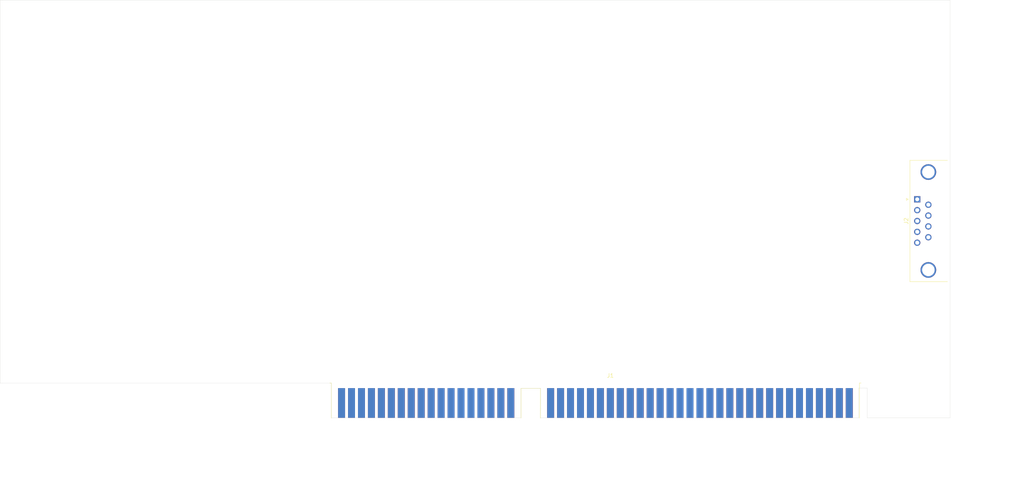
<source format=kicad_pcb>
(kicad_pcb (version 20240108) (generator "pcbnew") (generator_version "8.0")
  (layers (0 "F.Cu" signal) (31 "B.Cu" signal) (34 "B.Paste" user) (35 "F.Paste" user) (36 "B.SilkS" user "B.Silkscreen") (37 "F.SilkS" user "F.Silkscreen") (38 "B.Mask" user) (39 "F.Mask" user) (44 "Edge.Cuts" user))
  (net 0 "")
  (footprint "Connector_PCBEdge:BUS_AT" (layer "F.Cu") (at 254 123.19)
    (property "Reference" "J1" (at -60.96 -6.99 0) (layer "F.SilkS"))
    (property "Value" "Bus_ISA_16bit")
    (fp_line (start -132.15 -5.1) (end -132.55 -5.1) (stroke (width 0.12)) (layer "F.SilkS"))
    (fp_line (start -132.15 3.85) (end -132.15 -5.1) (stroke (width 0.12)) (layer "F.SilkS"))
    (fp_line (start -83.75 -3.75) (end -78.8 -3.75) (stroke (width 0.12)) (layer "F.SilkS"))
    (fp_line (start -83.75 3.85) (end -83.75 -3.75) (stroke (width 0.12)) (layer "F.SilkS"))
    (fp_line (start -78.8 -3.75) (end -78.8 3.85) (stroke (width 0.12)) (layer "F.SilkS"))
    (fp_line (start 2.6 -5.1) (end 3 -5.1) (stroke (width 0.12)) (layer "F.SilkS"))
    (fp_line (start 2.6 3.85) (end 2.6 -5.1) (stroke (width 0.12)) (layer "F.SilkS"))
    (pad "1" connect rect (at 0 0) (size 1.78 7.62) (layers "B.Cu" "B.Mask"))
    (pad "2" connect rect (at -2.54 0) (size 1.78 7.62) (layers "B.Cu" "B.Mask"))
    (pad "3" connect rect (at -5.08 0) (size 1.78 7.62) (layers "B.Cu" "B.Mask"))
    (pad "4" connect rect (at -7.62 0) (size 1.78 7.62) (layers "B.Cu" "B.Mask"))
    (pad "5" connect rect (at -10.16 0) (size 1.78 7.62) (layers "B.Cu" "B.Mask"))
    (pad "6" connect rect (at -12.7 0) (size 1.78 7.62) (layers "B.Cu" "B.Mask"))
    (pad "7" connect rect (at -15.24 0) (size 1.78 7.62) (layers "B.Cu" "B.Mask"))
    (pad "8" connect rect (at -17.78 0) (size 1.78 7.62) (layers "B.Cu" "B.Mask"))
    (pad "9" connect rect (at -20.32 0) (size 1.78 7.62) (layers "B.Cu" "B.Mask"))
    (pad "10" connect rect (at -22.86 0) (size 1.78 7.62) (layers "B.Cu" "B.Mask"))
    (pad "11" connect rect (at -25.4 0) (size 1.78 7.62) (layers "B.Cu" "B.Mask"))
    (pad "12" connect rect (at -27.94 0) (size 1.78 7.62) (layers "B.Cu" "B.Mask"))
    (pad "13" connect rect (at -30.48 0) (size 1.78 7.62) (layers "B.Cu" "B.Mask"))
    (pad "14" connect rect (at -33.02 0) (size 1.78 7.62) (layers "B.Cu" "B.Mask"))
    (pad "15" connect rect (at -35.56 0) (size 1.78 7.62) (layers "B.Cu" "B.Mask"))
    (pad "16" connect rect (at -38.1 0) (size 1.78 7.62) (layers "B.Cu" "B.Mask"))
    (pad "17" connect rect (at -40.64 0) (size 1.78 7.62) (layers "B.Cu" "B.Mask"))
    (pad "18" connect rect (at -43.18 0) (size 1.78 7.62) (layers "B.Cu" "B.Mask"))
    (pad "19" connect rect (at -45.72 0) (size 1.78 7.62) (layers "B.Cu" "B.Mask"))
    (pad "20" connect rect (at -48.26 0) (size 1.78 7.62) (layers "B.Cu" "B.Mask"))
    (pad "21" connect rect (at -50.8 0) (size 1.78 7.62) (layers "B.Cu" "B.Mask"))
    (pad "22" connect rect (at -53.34 0) (size 1.78 7.62) (layers "B.Cu" "B.Mask"))
    (pad "23" connect rect (at -55.88 0) (size 1.78 7.62) (layers "B.Cu" "B.Mask"))
    (pad "24" connect rect (at -58.42 0) (size 1.78 7.62) (layers "B.Cu" "B.Mask"))
    (pad "25" connect rect (at -60.96 0) (size 1.78 7.62) (layers "B.Cu" "B.Mask"))
    (pad "26" connect rect (at -63.5 0) (size 1.78 7.62) (layers "B.Cu" "B.Mask"))
    (pad "27" connect rect (at -66.04 0) (size 1.78 7.62) (layers "B.Cu" "B.Mask"))
    (pad "28" connect rect (at -68.58 0) (size 1.78 7.62) (layers "B.Cu" "B.Mask"))
    (pad "29" connect rect (at -71.12 0) (size 1.78 7.62) (layers "B.Cu" "B.Mask"))
    (pad "30" connect rect (at -73.66 0) (size 1.78 7.62) (layers "B.Cu" "B.Mask"))
    (pad "31" connect rect (at -76.2 0) (size 1.78 7.62) (layers "B.Cu" "B.Mask"))
    (pad "32" connect rect (at 0 0) (size 1.78 7.62) (layers "F.Cu" "F.Mask"))
    (pad "33" connect rect (at -2.54 0) (size 1.78 7.62) (layers "F.Cu" "F.Mask"))
    (pad "34" connect rect (at -5.08 0) (size 1.78 7.62) (layers "F.Cu" "F.Mask"))
    (pad "35" connect rect (at -7.62 0) (size 1.78 7.62) (layers "F.Cu" "F.Mask"))
    (pad "36" connect rect (at -10.16 0) (size 1.78 7.62) (layers "F.Cu" "F.Mask"))
    (pad "37" connect rect (at -12.7 0) (size 1.78 7.62) (layers "F.Cu" "F.Mask"))
    (pad "38" connect rect (at -15.24 0) (size 1.78 7.62) (layers "F.Cu" "F.Mask"))
    (pad "39" connect rect (at -17.78 0) (size 1.78 7.62) (layers "F.Cu" "F.Mask"))
    (pad "40" connect rect (at -20.32 0) (size 1.78 7.62) (layers "F.Cu" "F.Mask"))
    (pad "41" connect rect (at -22.86 0) (size 1.78 7.62) (layers "F.Cu" "F.Mask"))
    (pad "42" connect rect (at -25.4 0) (size 1.78 7.62) (layers "F.Cu" "F.Mask"))
    (pad "43" connect rect (at -27.94 0) (size 1.78 7.62) (layers "F.Cu" "F.Mask"))
    (pad "44" connect rect (at -30.48 0) (size 1.78 7.62) (layers "F.Cu" "F.Mask"))
    (pad "45" connect rect (at -33.02 0) (size 1.78 7.62) (layers "F.Cu" "F.Mask"))
    (pad "46" connect rect (at -35.56 0) (size 1.78 7.62) (layers "F.Cu" "F.Mask"))
    (pad "47" connect rect (at -38.1 0) (size 1.78 7.62) (layers "F.Cu" "F.Mask"))
    (pad "48" connect rect (at -40.64 0) (size 1.78 7.62) (layers "F.Cu" "F.Mask"))
    (pad "49" connect rect (at -43.18 0) (size 1.78 7.62) (layers "F.Cu" "F.Mask"))
    (pad "50" connect rect (at -45.72 0) (size 1.78 7.62) (layers "F.Cu" "F.Mask"))
    (pad "51" connect rect (at -48.26 0) (size 1.78 7.62) (layers "F.Cu" "F.Mask"))
    (pad "52" connect rect (at -50.8 0) (size 1.78 7.62) (layers "F.Cu" "F.Mask"))
    (pad "53" connect rect (at -53.34 0) (size 1.78 7.62) (layers "F.Cu" "F.Mask"))
    (pad "54" connect rect (at -55.88 0) (size 1.78 7.62) (layers "F.Cu" "F.Mask"))
    (pad "55" connect rect (at -58.42 0) (size 1.78 7.62) (layers "F.Cu" "F.Mask"))
    (pad "56" connect rect (at -60.96 0) (size 1.78 7.62) (layers "F.Cu" "F.Mask"))
    (pad "57" connect rect (at -63.5 0) (size 1.78 7.62) (layers "F.Cu" "F.Mask"))
    (pad "58" connect rect (at -66.04 0) (size 1.78 7.62) (layers "F.Cu" "F.Mask"))
    (pad "59" connect rect (at -68.58 0) (size 1.78 7.62) (layers "F.Cu" "F.Mask"))
    (pad "60" connect rect (at -71.12 0) (size 1.78 7.62) (layers "F.Cu" "F.Mask"))
    (pad "61" connect rect (at -73.66 0) (size 1.78 7.62) (layers "F.Cu" "F.Mask"))
    (pad "62" connect rect (at -76.2 0) (size 1.78 7.62) (layers "F.Cu" "F.Mask"))
    (pad "63" connect rect (at -86.36 0) (size 1.78 7.62) (layers "B.Cu" "B.Mask"))
    (pad "64" connect rect (at -88.9 0) (size 1.78 7.62) (layers "B.Cu" "B.Mask"))
    (pad "65" connect rect (at -91.44 0) (size 1.78 7.62) (layers "B.Cu" "B.Mask"))
    (pad "66" connect rect (at -93.98 0) (size 1.78 7.62) (layers "B.Cu" "B.Mask"))
    (pad "67" connect rect (at -96.52 0) (size 1.78 7.62) (layers "B.Cu" "B.Mask"))
    (pad "68" connect rect (at -99.06 0) (size 1.78 7.62) (layers "B.Cu" "B.Mask"))
    (pad "69" connect rect (at -101.6 0) (size 1.78 7.62) (layers "B.Cu" "B.Mask"))
    (pad "70" connect rect (at -104.14 0) (size 1.78 7.62) (layers "B.Cu" "B.Mask"))
    (pad "71" connect rect (at -106.68 0) (size 1.78 7.62) (layers "B.Cu" "B.Mask"))
    (pad "72" connect rect (at -109.22 0) (size 1.78 7.62) (layers "B.Cu" "B.Mask"))
    (pad "73" connect rect (at -111.76 0) (size 1.78 7.62) (layers "B.Cu" "B.Mask"))
    (pad "74" connect rect (at -114.3 0) (size 1.78 7.62) (layers "B.Cu" "B.Mask"))
    (pad "75" connect rect (at -116.84 0) (size 1.78 7.62) (layers "B.Cu" "B.Mask"))
    (pad "76" connect rect (at -119.38 0) (size 1.78 7.62) (layers "B.Cu" "B.Mask"))
    (pad "77" connect rect (at -121.92 0) (size 1.78 7.62) (layers "B.Cu" "B.Mask"))
    (pad "78" connect rect (at -124.46 0) (size 1.78 7.62) (layers "B.Cu" "B.Mask"))
    (pad "79" connect rect (at -127 0) (size 1.78 7.62) (layers "B.Cu" "B.Mask"))
    (pad "80" connect rect (at -129.54 0) (size 1.78 7.62) (layers "B.Cu" "B.Mask"))
    (pad "81" connect rect (at -86.36 0) (size 1.78 7.62) (layers "F.Cu" "F.Mask"))
    (pad "82" connect rect (at -88.9 0) (size 1.78 7.62) (layers "F.Cu" "F.Mask"))
    (pad "83" connect rect (at -91.44 0) (size 1.78 7.62) (layers "F.Cu" "F.Mask"))
    (pad "84" connect rect (at -93.98 0) (size 1.78 7.62) (layers "F.Cu" "F.Mask"))
    (pad "85" connect rect (at -96.52 0) (size 1.78 7.62) (layers "F.Cu" "F.Mask"))
    (pad "86" connect rect (at -99.06 0) (size 1.78 7.62) (layers "F.Cu" "F.Mask"))
    (pad "87" connect rect (at -101.6 0) (size 1.78 7.62) (layers "F.Cu" "F.Mask"))
    (pad "88" connect rect (at -104.14 0) (size 1.78 7.62) (layers "F.Cu" "F.Mask"))
    (pad "89" connect rect (at -106.68 0) (size 1.78 7.62) (layers "F.Cu" "F.Mask"))
    (pad "90" connect rect (at -109.22 0) (size 1.78 7.62) (layers "F.Cu" "F.Mask"))
    (pad "91" connect rect (at -111.76 0) (size 1.78 7.62) (layers "F.Cu" "F.Mask"))
    (pad "92" connect rect (at -114.3 0) (size 1.78 7.62) (layers "F.Cu" "F.Mask"))
    (pad "93" connect rect (at -116.84 0) (size 1.78 7.62) (layers "F.Cu" "F.Mask"))
    (pad "94" connect rect (at -119.38 0) (size 1.78 7.62) (layers "F.Cu" "F.Mask"))
    (pad "95" connect rect (at -121.92 0) (size 1.78 7.62) (layers "F.Cu" "F.Mask"))
    (pad "96" connect rect (at -124.46 0) (size 1.78 7.62) (layers "F.Cu" "F.Mask"))
    (pad "97" connect rect (at -127 0) (size 1.78 7.62) (layers "F.Cu" "F.Mask"))
    (pad "98" connect rect (at -129.54 0) (size 1.78 7.62) (layers "F.Cu" "F.Mask"))
  )
  (footprint "pc-parts:PC_BRACKET_ISA_KEYSTONE_9200_Rev1_1" (layer "F.Cu") (at 254 127)
    (property "Reference" "BRACKET1" (hide yes))
    (property "Value" "~" (hide yes))
  )
  (footprint "Connector_Dsub:DSUB-9_Female_Horizontal_P2.77x2.84mm_EdgePinOffset4.94mm_Housed_MountingHolesOffset4.94mm" (layer "F.Cu") (at 271.337669 71.1632 90)
    (property "Reference" "J2" (at -5.54 -2.8 90) (layer "F.SilkS"))
    (property "Value" "DE9_Receptacle_MountingHoles")
    (fp_line (start 0.25 -2.754338) (end 0 -2.321325) (stroke (width 0.12)) (layer "F.SilkS"))
    (fp_line (start -0.25 -2.754338) (end 0.25 -2.754338) (stroke (width 0.12)) (layer "F.SilkS"))
    (fp_line (start 0 -2.321325) (end -0.25 -2.754338) (stroke (width 0.12)) (layer "F.SilkS"))
    (fp_line (start 9.945 -1.86) (end 9.945 7.72) (stroke (width 0.12)) (layer "F.SilkS"))
    (fp_line (start -21.025 -1.86) (end 9.945 -1.86) (stroke (width 0.12)) (layer "F.SilkS"))
    (fp_line (start -21.025 7.72) (end -21.025 -1.86) (stroke (width 0.12)) (layer "F.SilkS"))
    (pad "0" thru_hole circle (at -18.04 2.84 90) (size 4 4) (drill 3.2) (layers "*.Cu" "*.Mask"))
    (pad "0" thru_hole circle (at 6.96 2.84 90) (size 4 4) (drill 3.2) (layers "*.Cu" "*.Mask"))
    (pad "1" thru_hole rect (at 0 0 90) (size 1.6 1.6) (drill 1) (layers "*.Cu" "*.Mask"))
    (pad "2" thru_hole circle (at -2.77 0 90) (size 1.6 1.6) (drill 1) (layers "*.Cu" "*.Mask"))
    (pad "3" thru_hole circle (at -5.54 0 90) (size 1.6 1.6) (drill 1) (layers "*.Cu" "*.Mask"))
    (pad "4" thru_hole circle (at -8.31 0 90) (size 1.6 1.6) (drill 1) (layers "*.Cu" "*.Mask"))
    (pad "5" thru_hole circle (at -11.08 0 90) (size 1.6 1.6) (drill 1) (layers "*.Cu" "*.Mask"))
    (pad "6" thru_hole circle (at -1.385 2.84 90) (size 1.6 1.6) (drill 1) (layers "*.Cu" "*.Mask"))
    (pad "7" thru_hole circle (at -4.155 2.84 90) (size 1.6 1.6) (drill 1) (layers "*.Cu" "*.Mask"))
    (pad "8" thru_hole circle (at -6.925 2.84 90) (size 1.6 1.6) (drill 1) (layers "*.Cu" "*.Mask"))
    (pad "9" thru_hole circle (at -9.695 2.84 90) (size 1.6 1.6) (drill 1) (layers "*.Cu" "*.Mask"))
  )
  (gr_line (start 170.2308 127) (end 121.8692 127) (stroke (width 0.05)) (layer "Edge.Cuts"))
  (gr_line (start 37.338 20.32) (end 37.338 118.11) (stroke (width 0.05)) (layer "Edge.Cuts"))
  (gr_line (start 258.572 119.38) (end 258.572 127) (stroke (width 0.05)) (layer "Edge.Cuts"))
  (gr_line (start 121.8692 127) (end 121.8692 118.11) (stroke (width 0.05)) (layer "Edge.Cuts"))
  (gr_line (start 170.2308 119.4308) (end 170.2308 127) (stroke (width 0.05)) (layer "Edge.Cuts"))
  (gr_line (start 279.7048 20.32) (end 37.338 20.32) (stroke (width 0.05)) (layer "Edge.Cuts"))
  (gr_line (start 175.26 119.4308) (end 170.2308 119.4308) (stroke (width 0.05)) (layer "Edge.Cuts"))
  (gr_line (start 258.572 127) (end 279.7048 127) (stroke (width 0.05)) (layer "Edge.Cuts"))
  (gr_line (start 254 127) (end 256.413 127) (stroke (width 0.05)) (layer "Edge.Cuts"))
  (gr_line (start 121.8692 118.11) (end 37.338 118.11) (stroke (width 0.05)) (layer "Edge.Cuts"))
  (gr_line (start 256.413 127) (end 256.413 119.38) (stroke (width 0.05)) (layer "Edge.Cuts"))
  (gr_line (start 175.2092 127) (end 175.26 119.4308) (stroke (width 0.05)) (layer "Edge.Cuts"))
  (gr_line (start 279.7048 127) (end 279.7048 20.32) (stroke (width 0.05)) (layer "Edge.Cuts"))
  (gr_line (start 254 127) (end 175.2092 127) (stroke (width 0.05)) (layer "Edge.Cuts"))
  (gr_line (start 256.413 119.38) (end 258.572 119.38) (stroke (width 0.05)) (layer "Edge.Cuts"))
)
</source>
